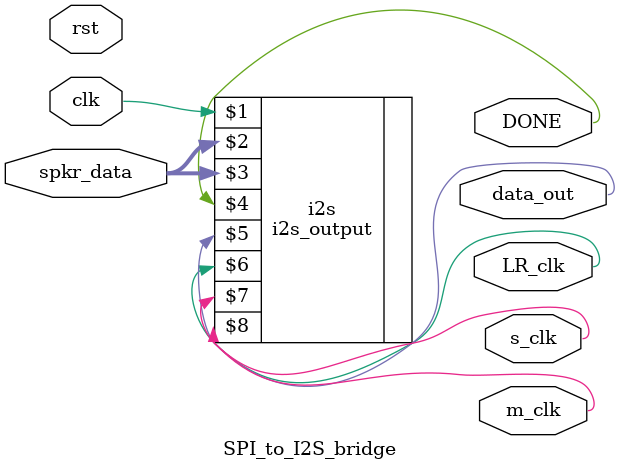
<source format=v>
`timescale 1ns / 1ps
module SPI_to_I2S_bridge(
		input  clk, rst,
		input [15:0] spkr_data,
		output data_out, m_clk, LR_clk, s_clk, DONE
    );
		
		reg [8:0] adr;
		wire [15:0] memdata;
		
		i2s_output i2s (clk, spkr_data, spkr_data, DONE, data_out, LR_clk, s_clk, m_clk);

endmodule

</source>
